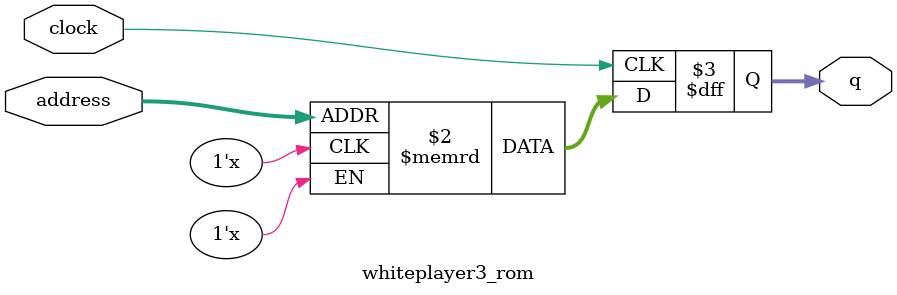
<source format=sv>
module whiteplayer3_rom (
	input logic clock,
	input logic [9:0] address,
	output logic [3:0] q
);

logic [3:0] memory [0:675] /* synthesis ram_init_file = "./whiteplayer3/whiteplayer3.mif" */;

always_ff @ (posedge clock) begin
	q <= memory[address];
end

endmodule

</source>
